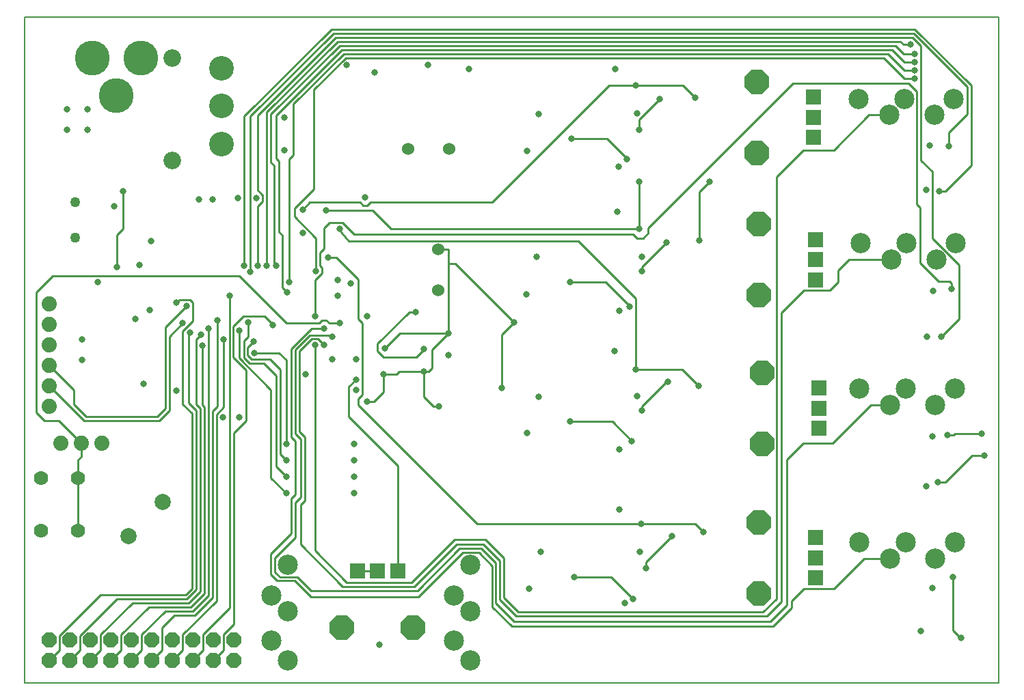
<source format=gbr>
%FSLAX24Y24*%
%MOIN*%
G04 EasyPC Gerber Version 16.0.4 Build 3240 *
%AMT11*0 Octagon Pad at angle 0*4,1,8,-0.01533,-0.03700,0.01533,-0.03700,0.03700,-0.01533,0.03700,0.01533,0.01533,0.03700,-0.01533,0.03700,-0.03700,0.01533,-0.03700,-0.01533,-0.01533,-0.03700,0*%
%ADD11T11*%
%AMT70*0 Octagon Pad at angle 0*4,1,8,-0.02446,-0.05906,0.02446,-0.05906,0.05906,-0.02446,0.05906,0.02446,0.02446,0.05906,-0.02446,0.05906,-0.05906,0.02446,-0.05906,-0.02446,-0.02446,-0.05906,0*%
%ADD70T70*%
%ADD19R,0.07400X0.07400*%
%ADD78C,0.00500*%
%ADD21C,0.01000*%
%ADD20C,0.03200*%
%ADD17C,0.05000*%
%ADD13C,0.06000*%
%ADD12C,0.07000*%
%ADD10C,0.07400*%
%ADD71C,0.07874*%
%ADD16C,0.08600*%
%ADD18C,0.09843*%
%ADD15C,0.12000*%
%ADD14C,0.17000*%
X0Y0D02*
D02*
D10*
X2830Y13783D03*
Y14783D03*
Y15783D03*
Y16783D03*
Y17783D03*
Y18783D03*
X3380Y11983D03*
X4380D03*
X5380D03*
D02*
D11*
X2830Y1383D03*
Y2383D03*
X3830Y1383D03*
Y2383D03*
X4830Y1383D03*
Y2383D03*
X5830Y1383D03*
Y2383D03*
X6830Y1383D03*
Y2383D03*
X7830Y1383D03*
Y2383D03*
X8830Y1383D03*
Y2383D03*
X9830Y1383D03*
Y2383D03*
X10830Y1383D03*
Y2383D03*
X11830Y1383D03*
Y2383D03*
D02*
D12*
X2430Y7723D03*
Y10282D03*
X4202Y7723D03*
Y10282D03*
D02*
D13*
X20330Y26333D03*
X21780Y19433D03*
Y21433D03*
X22330Y26333D03*
D02*
D14*
X4911Y30783D03*
X6093Y28933D03*
X7274Y30783D03*
D02*
D15*
X11230Y26583D03*
Y28433D03*
Y30283D03*
D02*
D16*
X8830Y25783D03*
Y30783D03*
D02*
D17*
X4080Y22017D03*
Y23749D03*
D02*
D18*
X13664Y2333D03*
Y4538D03*
X14452Y1388D03*
Y3790D03*
Y6034D03*
X22564Y2333D03*
Y4538D03*
X23352Y1388D03*
Y3790D03*
Y6034D03*
X42273Y28789D03*
X42323Y7139D03*
Y14639D03*
X42373Y21739D03*
X43769Y28002D03*
X43819Y6352D03*
Y13852D03*
X43869Y20952D03*
X44517Y28789D03*
X44567Y7139D03*
Y14639D03*
X44617Y21739D03*
X45974Y28002D03*
X46024Y6352D03*
Y13852D03*
X46074Y20952D03*
X46919Y28789D03*
X46969Y7139D03*
Y14639D03*
X47019Y21739D03*
D02*
D19*
X17846Y5739D03*
X18830D03*
X19814D03*
X40086Y26899D03*
Y27883D03*
Y28868D03*
X40186Y5399D03*
Y6383D03*
Y7368D03*
Y19949D03*
Y20933D03*
Y21918D03*
X40336Y12699D03*
Y13683D03*
Y14668D03*
D02*
D70*
X17098Y2983D03*
X20562D03*
X37330Y26151D03*
Y29616D03*
X37430Y4651D03*
Y8116D03*
Y19201D03*
Y22666D03*
X37580Y11951D03*
Y15416D03*
D02*
D71*
X6695Y7448D03*
X8365Y9118D03*
D02*
D20*
X3680Y27283D03*
Y28283D03*
X4430Y16033D03*
Y17033D03*
X4680Y27283D03*
Y28283D03*
X5180Y19833D03*
X5980Y23533D03*
X6130Y20583D03*
X6430Y24283D03*
X7030Y18033D03*
X7230Y20683D03*
X7430Y14883D03*
X7730Y18483D03*
X7780Y21833D03*
X9030Y14533D03*
Y18833D03*
X9330Y17833D03*
X9530Y18683D03*
X9680Y17383D03*
X10130Y23883D03*
X10230Y17283D03*
X10280Y16733D03*
X10580Y17583D03*
X10780Y23883D03*
X11030Y17983D03*
X11280Y13233D03*
X11330Y17033D03*
X11630Y19183D03*
X12030Y23933D03*
X12080Y13233D03*
Y17483D03*
X12330Y20633D03*
X12530Y17883D03*
X12630Y20333D03*
X12780Y16933D03*
X12830Y16383D03*
X12930Y23933D03*
X12980Y20633D03*
X13430D03*
X13730Y17733D03*
X13880Y20633D03*
X14280Y26283D03*
Y27883D03*
X14380Y9533D03*
Y10333D03*
Y11133D03*
Y11933D03*
X14430Y19333D03*
X14530Y19833D03*
X15180Y22233D03*
Y23383D03*
X15330Y15333D03*
X15780Y16783D03*
Y18183D03*
X15830Y20383D03*
X16230Y16783D03*
Y17583D03*
X16330Y23333D03*
X16430Y21033D03*
X16630Y16083D03*
Y17183D03*
X16880Y19183D03*
Y19933D03*
X16980Y17833D03*
Y22433D03*
X17330Y30433D03*
X17530Y19779D03*
X17680Y9533D03*
Y10333D03*
Y11133D03*
Y11933D03*
X17780Y14563D03*
Y15063D03*
Y16063D03*
X18230Y23983D03*
X18330Y14013D03*
Y18163D03*
X18680Y30083D03*
X18930Y2133D03*
X19130Y15333D03*
X19180Y16613D03*
X20680Y18383D03*
X21080Y15463D03*
Y16563D03*
X21280Y30433D03*
X21830Y13763D03*
X22280Y16263D03*
Y17333D03*
X23280Y30233D03*
X24880Y14683D03*
X25480Y17883D03*
X26080Y19233D03*
X26130Y12483D03*
Y26233D03*
X26230Y4883D03*
X26580Y21083D03*
X26680Y14233D03*
Y28033D03*
X26780Y6683D03*
X28230Y13033D03*
Y19833D03*
X28280Y26829D03*
X28430Y5433D03*
X30380Y16483D03*
X30430Y30233D03*
X30530Y23283D03*
X30580Y25479D03*
X30626Y18433D03*
X30630Y8733D03*
Y11683D03*
X30880Y4183D03*
X30980Y25833D03*
X31130Y18633D03*
X31230Y12083D03*
X31280Y4383D03*
X31430Y15583D03*
Y29433D03*
X31480Y14283D03*
Y28083D03*
X31580Y22433D03*
Y24733D03*
Y27283D03*
X31630Y6683D03*
X31680Y8033D03*
X31730Y13583D03*
Y20383D03*
Y21083D03*
X31930Y5883D03*
X32580Y28783D03*
X32930Y21783D03*
X32980Y14983D03*
X33180Y7433D03*
X34330Y28833D03*
X34480Y14783D03*
X34530Y21883D03*
X34730Y7633D03*
X35030Y24733D03*
X44830Y31433D03*
X45030Y29783D03*
Y30183D03*
Y30583D03*
Y30983D03*
X45324Y2818D03*
X45580Y24333D03*
X45591Y9870D03*
X45630Y17183D03*
X45739Y26518D03*
X45874Y4918D03*
Y12318D03*
X45924Y19418D03*
X46135Y10088D03*
X46230Y24283D03*
X46330Y17183D03*
X46624Y12368D03*
X46689Y26468D03*
X46824Y19517D03*
X46880Y5433D03*
X47274Y2468D03*
X48280Y12433D03*
X48430Y11383D03*
D02*
D21*
X2830Y1383D02*
X3330Y1883D01*
Y2583*
X5330Y4583*
X9480*
X9780Y4883*
Y13433*
X9330Y13883*
Y17433*
X9830Y17933*
Y18833*
X9680Y18983*
X9180*
X9030Y18833*
X4202Y7723D02*
Y10282D01*
X4380Y11983D02*
Y11333D01*
X4202Y11155*
Y10282*
X6130Y20583D02*
Y22133D01*
X6430Y22433*
Y24283*
X9330Y17833D02*
X8680Y17183D01*
Y13583*
X8180Y13083*
X4530*
X2830Y14783*
X9530Y18683D02*
X8480Y17633D01*
Y13683*
X8080Y13283*
X4630*
X4030Y13883*
Y14583*
X2830Y15783*
X9680Y17383D02*
X9630D01*
Y13933*
X9980Y13583*
Y4833*
X9530Y4383*
X6130*
X4330Y2583*
Y1883*
X3830Y1383*
X10230Y17283D02*
X9980Y17033D01*
Y13883*
X10180Y13683*
Y4733*
X9630Y4183*
X6880*
X5330Y2633*
Y1883*
X4830Y1383*
X10280Y16733D02*
Y13833D01*
X10380Y13733*
Y4633*
X9730Y3983*
X7680*
X6330Y2633*
Y1883*
X5830Y1383*
X10580Y17583D02*
Y4533D01*
X9830Y3783*
X8480*
X7330Y2633*
Y1883*
X6830Y1383*
X11030Y17983D02*
Y13783D01*
X10780Y13533*
Y4433*
X9930Y3583*
X8930*
X8330Y2983*
Y1883*
X7830Y1383*
X11330Y17033D02*
Y13733D01*
X10980Y13383*
Y4283*
X9330Y2633*
Y1883*
X8830Y1383*
X11630Y19183D02*
Y3933D01*
X10330Y2633*
Y1883*
X9830Y1383*
X12080Y17483D02*
Y16133D01*
X13630Y14583*
Y10283*
X14380Y9533*
X12330Y20633D02*
Y27933D01*
X16580Y32183*
X45030*
X47780Y29433*
Y25543*
X46520Y24283*
X46230*
X12530Y17883D02*
Y17183D01*
X12330Y16983*
Y16133*
X12580Y15883*
X13280*
X13880Y15283*
Y10833*
X14380Y10333*
X12630Y20333D02*
Y27933D01*
X16680Y31983*
X44980*
X47580Y29383*
Y28033*
X46680Y27133*
Y26783*
X46689Y26468*
X12780Y16933D02*
X12480Y16633D01*
Y16283*
X12680Y16083*
X13580*
X14080Y15583*
Y11433*
X14380Y11133*
X12830Y16383D02*
X14030D01*
X14380Y16033*
Y11933*
X12980Y20633D02*
Y23533D01*
X13230Y23783*
Y24083*
X12980Y24333*
Y27983*
X16780Y31783*
X44930*
X45330Y31383*
Y25789*
X45886Y25233*
Y21983*
X47186Y20683*
Y18049*
X46336Y17199*
Y17183*
X46330*
X13730Y17733D02*
Y17783D01*
X13330Y18183*
X12280*
X11780Y17683*
Y16183*
X12430Y15533*
Y13083*
X11830Y12483*
Y3133*
X11330Y2633*
Y1883*
X10830Y1383*
X15180Y23383D02*
X15530Y23733D01*
X17980*
X18130Y23583*
X18330*
X18480Y23733*
X24430*
X30130Y29433*
X31430*
X16230Y16783D02*
X15930Y17083D01*
X15630*
X15030Y16483*
Y12533*
X15280Y12283*
Y9183*
X15080Y8983*
Y7033*
X17130Y4983*
X20630*
X22680Y7033*
X23980*
X24780Y6233*
Y4333*
X25580Y3533*
X37830*
X38530Y4233*
Y18333*
X39630Y19433*
X40880*
X41280Y19833*
Y20402*
X41830Y20952*
X43869*
X16430Y21033D02*
X16830D01*
X17880Y19983*
Y18033*
X18080Y17833*
Y14333*
X17880Y14133*
Y13833*
X23680Y8033*
X31680*
X16630Y17183D02*
Y17233D01*
X15530*
X14830Y16533*
Y12433*
X15080Y12183*
Y9333*
X14830Y9083*
Y7383*
X13830Y6383*
Y5683*
X14080Y5433*
X14930*
X15580Y4783*
X20780*
X22830Y6833*
X23880*
X24580Y6133*
Y4183*
X25480Y3283*
X37980*
X38780Y4083*
Y11183*
X39580Y11983*
X41030*
X42899Y13852*
X43819*
X16980Y17833D02*
X16480D01*
X16330Y17983*
X16130*
X15980Y17833*
X14380*
X12080Y20133*
X2980*
X2180Y19333*
Y13483*
X2580Y13083*
X3280*
X4380Y11983*
X16980Y22433D02*
X16930D01*
X17430Y21833*
X28630*
X31430Y19033*
Y15583*
X17846Y5739D02*
X18830D01*
X19130Y15333D02*
Y14483D01*
X18660Y14013*
X18330*
X19180Y16613D02*
X19900Y17333D01*
X22280*
X19814Y5739D02*
X19830D01*
Y10883*
X17430Y13283*
Y14733*
X17780Y15083*
Y15063*
X21080Y15463D02*
Y14233D01*
X21550Y13763*
X21830*
X21080Y15463D02*
X19880D01*
X19750Y15333*
X19130*
X21080Y16563D02*
Y16533D01*
X20730Y16183*
X19130*
X18830Y16483*
Y16833*
X20380Y18383*
X20680*
X22280Y17333D02*
X21480Y16533D01*
Y15633*
X21310Y15463*
X21080*
X22280Y17333D02*
Y21433D01*
X21780*
X24880Y14683D02*
Y17283D01*
X25480Y17883*
X22630Y20733*
X22280*
Y21433*
X21780*
X28230Y13033D02*
X30280D01*
X31230Y12083*
X28230Y19833D02*
Y19838D01*
X29955*
X31155Y18638*
Y18633*
X31130*
X28280Y26829D02*
X30030D01*
X30980Y25879*
Y25833*
X28430Y5433D02*
X30230D01*
X31280Y4383*
X31430Y15583D02*
X33680D01*
X34480Y14783*
X31430Y29433D02*
X33730D01*
X34330Y28833*
X31580Y22433D02*
Y24733D01*
Y22433D02*
X19480D01*
X18580Y23333*
X16330*
X31580Y27283D02*
Y27783D01*
X32580Y28783*
X31680Y8033D02*
X34330D01*
X34730Y7633*
X31730Y13583D02*
Y13783D01*
X32930Y14983*
X32980*
X31730Y20383D02*
Y20588D01*
X32926Y21783*
X32930*
X31930Y5883D02*
Y6183D01*
X33180Y7433*
X35030Y24733D02*
X34530Y24233D01*
Y21883*
X43769Y28002D02*
X42799D01*
X41080Y26283*
X39580*
X38280Y24983*
Y4383*
X37630Y3733*
X25680*
X24980Y4433*
Y6383*
X24080Y7283*
X22580*
X20480Y5183*
X17330*
X15780Y6733*
Y16783*
X43819Y6352D02*
X42549D01*
X41080Y4883*
X39630*
X39030Y4283*
Y3933*
X38130Y3033*
X25380*
X24430Y3983*
Y5983*
X23780Y6633*
X22980*
X20830Y4483*
X15580*
X14780Y5283*
X13930*
X13630Y5583*
Y6583*
X14630Y7583*
Y9283*
X14830Y9483*
Y12083*
X14630Y12283*
Y16583*
X15630Y17583*
X16230*
X44830Y31433D02*
X44480D01*
X44330Y31583*
X16880*
X13430Y28133*
Y20633*
X45030Y29783D02*
X44530D01*
X43530Y30783*
X17280*
X15730Y29233*
Y24383*
X14780Y23433*
Y23033*
X15830Y21983*
Y20383*
X45030Y30183D02*
X44530D01*
X43730Y30983*
X17180*
X14730Y28533*
Y26033*
X14530Y25833*
Y19833*
X45030Y30583D02*
X44530D01*
X43930Y31183*
X17080*
X13880Y27983*
Y25883*
X14030Y25733*
Y22283*
X14180Y22133*
Y19583*
X14430Y19333*
X45030Y30983D02*
X44480D01*
X44080Y31383*
X16980*
X13630Y28033*
Y25683*
X13780Y25533*
Y20783*
X13880Y20683*
Y20633*
X46824Y19517D02*
Y19790D01*
X46730Y19883*
X46180*
X45280Y20783*
Y23483*
X45130Y23633*
Y29133*
X44730Y29533*
X39080*
X32030Y22483*
Y22233*
X31780Y21983*
X31480*
X31280Y22183*
X17680*
X17130Y22733*
X16480*
X16230Y22483*
Y21483*
X16030Y21283*
Y20633*
X16130Y20533*
Y20283*
X15780Y19933*
Y18183*
X46880Y5433D02*
Y2833D01*
X47246Y2468*
X47274*
X48280Y12433D02*
X46980D01*
X46914Y12368*
X46624*
X48430Y11383D02*
X47807D01*
X46512Y10088*
X46135*
D02*
D78*
X1630Y283D02*
X49130D01*
Y32783*
X1630*
Y283*
X0Y0D02*
M02*

</source>
